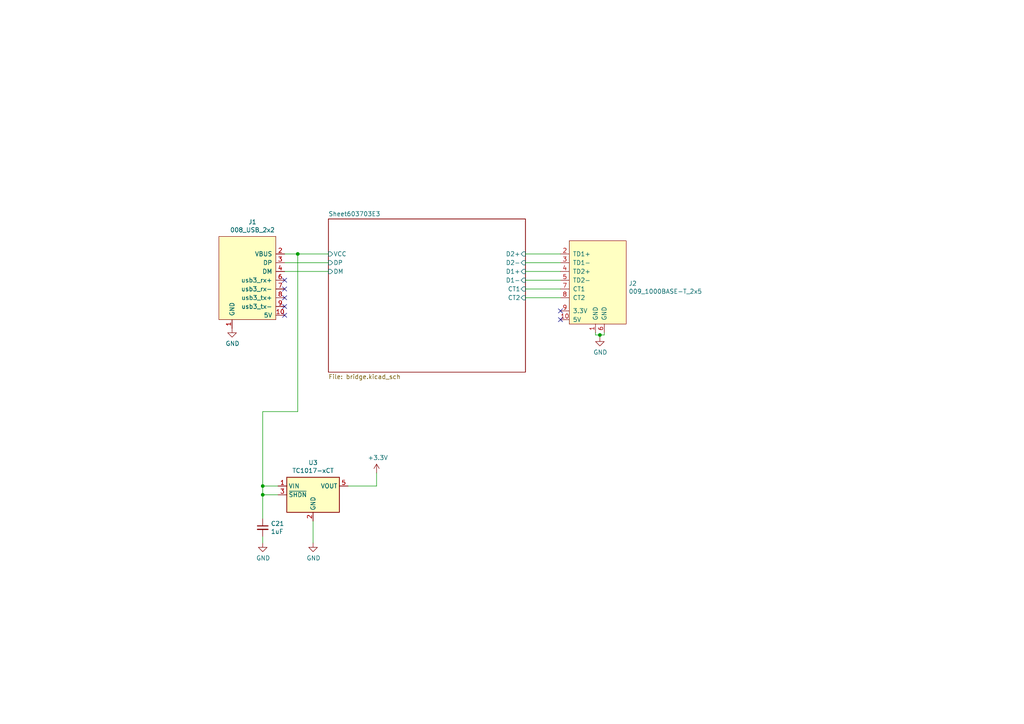
<source format=kicad_sch>
(kicad_sch (version 20211123) (generator eeschema)

  (uuid 1860e030-7a36-4298-b7fc-a16d48ab15ba)

  (paper "A4")

  (lib_symbols
    (symbol "Device:C_Small" (pin_numbers hide) (pin_names (offset 0.254) hide) (in_bom yes) (on_board yes)
      (property "Reference" "C" (id 0) (at 0.254 1.778 0)
        (effects (font (size 1.27 1.27)) (justify left))
      )
      (property "Value" "C_Small" (id 1) (at 0.254 -2.032 0)
        (effects (font (size 1.27 1.27)) (justify left))
      )
      (property "Footprint" "" (id 2) (at 0 0 0)
        (effects (font (size 1.27 1.27)) hide)
      )
      (property "Datasheet" "~" (id 3) (at 0 0 0)
        (effects (font (size 1.27 1.27)) hide)
      )
      (property "ki_keywords" "capacitor cap" (id 4) (at 0 0 0)
        (effects (font (size 1.27 1.27)) hide)
      )
      (property "ki_description" "Unpolarized capacitor, small symbol" (id 5) (at 0 0 0)
        (effects (font (size 1.27 1.27)) hide)
      )
      (property "ki_fp_filters" "C_*" (id 6) (at 0 0 0)
        (effects (font (size 1.27 1.27)) hide)
      )
      (symbol "C_Small_0_1"
        (polyline
          (pts
            (xy -1.524 -0.508)
            (xy 1.524 -0.508)
          )
          (stroke (width 0.3302) (type default) (color 0 0 0 0))
          (fill (type none))
        )
        (polyline
          (pts
            (xy -1.524 0.508)
            (xy 1.524 0.508)
          )
          (stroke (width 0.3048) (type default) (color 0 0 0 0))
          (fill (type none))
        )
      )
      (symbol "C_Small_1_1"
        (pin passive line (at 0 2.54 270) (length 2.032)
          (name "~" (effects (font (size 1.27 1.27))))
          (number "1" (effects (font (size 1.27 1.27))))
        )
        (pin passive line (at 0 -2.54 90) (length 2.032)
          (name "~" (effects (font (size 1.27 1.27))))
          (number "2" (effects (font (size 1.27 1.27))))
        )
      )
    )
    (symbol "Regulator_Linear:TC1017-xCT" (in_bom yes) (on_board yes)
      (property "Reference" "U" (id 0) (at -6.35 6.35 0)
        (effects (font (size 1.27 1.27)) (justify left))
      )
      (property "Value" "TC1017-xCT" (id 1) (at 0 6.35 0)
        (effects (font (size 1.27 1.27)) (justify left))
      )
      (property "Footprint" "Package_TO_SOT_SMD:SOT-23-5" (id 2) (at -6.35 8.89 0)
        (effects (font (size 1.27 1.27) italic) (justify left) hide)
      )
      (property "Datasheet" "http://ww1.microchip.com/downloads/en/DeviceDoc/21813F.pdf" (id 3) (at 0 -2.54 0)
        (effects (font (size 1.27 1.27)) hide)
      )
      (property "ki_keywords" "LDO Linear Voltage Regulator" (id 4) (at 0 0 0)
        (effects (font (size 1.27 1.27)) hide)
      )
      (property "ki_description" "150mA, Tiny CMOS LDO With Shutdown, SOT-23-5" (id 5) (at 0 0 0)
        (effects (font (size 1.27 1.27)) hide)
      )
      (property "ki_fp_filters" "SOT?23*" (id 6) (at 0 0 0)
        (effects (font (size 1.27 1.27)) hide)
      )
      (symbol "TC1017-xCT_0_1"
        (rectangle (start -7.62 5.08) (end 7.62 -5.08)
          (stroke (width 0.254) (type default) (color 0 0 0 0))
          (fill (type background))
        )
      )
      (symbol "TC1017-xCT_1_1"
        (pin power_in line (at -10.16 2.54 0) (length 2.54)
          (name "VIN" (effects (font (size 1.27 1.27))))
          (number "1" (effects (font (size 1.27 1.27))))
        )
        (pin power_in line (at 0 -7.62 90) (length 2.54)
          (name "GND" (effects (font (size 1.27 1.27))))
          (number "2" (effects (font (size 1.27 1.27))))
        )
        (pin input line (at -10.16 0 0) (length 2.54)
          (name "~{SHDN}" (effects (font (size 1.27 1.27))))
          (number "3" (effects (font (size 1.27 1.27))))
        )
        (pin no_connect line (at 7.62 0 180) (length 2.54) hide
          (name "NC" (effects (font (size 1.27 1.27))))
          (number "4" (effects (font (size 1.27 1.27))))
        )
        (pin power_out line (at 10.16 2.54 180) (length 2.54)
          (name "VOUT" (effects (font (size 1.27 1.27))))
          (number "5" (effects (font (size 1.27 1.27))))
        )
      )
    )
    (symbol "power:+3.3V" (power) (pin_names (offset 0)) (in_bom yes) (on_board yes)
      (property "Reference" "#PWR" (id 0) (at 0 -3.81 0)
        (effects (font (size 1.27 1.27)) hide)
      )
      (property "Value" "+3.3V" (id 1) (at 0 3.556 0)
        (effects (font (size 1.27 1.27)))
      )
      (property "Footprint" "" (id 2) (at 0 0 0)
        (effects (font (size 1.27 1.27)) hide)
      )
      (property "Datasheet" "" (id 3) (at 0 0 0)
        (effects (font (size 1.27 1.27)) hide)
      )
      (property "ki_keywords" "power-flag" (id 4) (at 0 0 0)
        (effects (font (size 1.27 1.27)) hide)
      )
      (property "ki_description" "Power symbol creates a global label with name \"+3.3V\"" (id 5) (at 0 0 0)
        (effects (font (size 1.27 1.27)) hide)
      )
      (symbol "+3.3V_0_1"
        (polyline
          (pts
            (xy -0.762 1.27)
            (xy 0 2.54)
          )
          (stroke (width 0) (type default) (color 0 0 0 0))
          (fill (type none))
        )
        (polyline
          (pts
            (xy 0 0)
            (xy 0 2.54)
          )
          (stroke (width 0) (type default) (color 0 0 0 0))
          (fill (type none))
        )
        (polyline
          (pts
            (xy 0 2.54)
            (xy 0.762 1.27)
          )
          (stroke (width 0) (type default) (color 0 0 0 0))
          (fill (type none))
        )
      )
      (symbol "+3.3V_1_1"
        (pin power_in line (at 0 0 90) (length 0) hide
          (name "+3.3V" (effects (font (size 1.27 1.27))))
          (number "1" (effects (font (size 1.27 1.27))))
        )
      )
    )
    (symbol "power:GND" (power) (pin_names (offset 0)) (in_bom yes) (on_board yes)
      (property "Reference" "#PWR" (id 0) (at 0 -6.35 0)
        (effects (font (size 1.27 1.27)) hide)
      )
      (property "Value" "GND" (id 1) (at 0 -3.81 0)
        (effects (font (size 1.27 1.27)))
      )
      (property "Footprint" "" (id 2) (at 0 0 0)
        (effects (font (size 1.27 1.27)) hide)
      )
      (property "Datasheet" "" (id 3) (at 0 0 0)
        (effects (font (size 1.27 1.27)) hide)
      )
      (property "ki_keywords" "power-flag" (id 4) (at 0 0 0)
        (effects (font (size 1.27 1.27)) hide)
      )
      (property "ki_description" "Power symbol creates a global label with name \"GND\" , ground" (id 5) (at 0 0 0)
        (effects (font (size 1.27 1.27)) hide)
      )
      (symbol "GND_0_1"
        (polyline
          (pts
            (xy 0 0)
            (xy 0 -1.27)
            (xy 1.27 -1.27)
            (xy 0 -2.54)
            (xy -1.27 -1.27)
            (xy 0 -1.27)
          )
          (stroke (width 0) (type default) (color 0 0 0 0))
          (fill (type none))
        )
      )
      (symbol "GND_1_1"
        (pin power_in line (at 0 0 270) (length 0) hide
          (name "GND" (effects (font (size 1.27 1.27))))
          (number "1" (effects (font (size 1.27 1.27))))
        )
      )
    )
    (symbol "put_on_edge:008_USB" (pin_names (offset 1.016)) (in_bom yes) (on_board yes)
      (property "Reference" "J" (id 0) (at -2.54 13.97 0)
        (effects (font (size 1.27 1.27)))
      )
      (property "Value" "008_USB" (id 1) (at 8.89 13.97 0)
        (effects (font (size 1.27 1.27)))
      )
      (property "Footprint" "" (id 2) (at 7.62 16.51 0)
        (effects (font (size 1.27 1.27)) hide)
      )
      (property "Datasheet" "" (id 3) (at 7.62 16.51 0)
        (effects (font (size 1.27 1.27)) hide)
      )
      (symbol "008_USB_0_1"
        (rectangle (start -8.89 12.7) (end 7.62 -11.43)
          (stroke (width 0) (type default) (color 0 0 0 0))
          (fill (type background))
        )
      )
      (symbol "008_USB_1_1"
        (pin power_in line (at 3.81 -13.97 90) (length 2.54)
          (name "GND" (effects (font (size 1.27 1.27))))
          (number "1" (effects (font (size 1.27 1.27))))
        )
        (pin power_in line (at -11.43 -10.16 0) (length 2.54)
          (name "5V" (effects (font (size 1.27 1.27))))
          (number "10" (effects (font (size 1.27 1.27))))
        )
        (pin power_in line (at -11.43 7.62 0) (length 2.54)
          (name "VBUS" (effects (font (size 1.27 1.27))))
          (number "2" (effects (font (size 1.27 1.27))))
        )
        (pin bidirectional line (at -11.43 5.08 0) (length 2.54)
          (name "DP" (effects (font (size 1.27 1.27))))
          (number "3" (effects (font (size 1.27 1.27))))
        )
        (pin bidirectional line (at -11.43 2.54 0) (length 2.54)
          (name "DM" (effects (font (size 1.27 1.27))))
          (number "4" (effects (font (size 1.27 1.27))))
        )
        (pin input line (at -11.43 0 0) (length 2.54)
          (name "usb3_rx+" (effects (font (size 1.27 1.27))))
          (number "6" (effects (font (size 1.27 1.27))))
        )
        (pin input line (at -11.43 -2.54 0) (length 2.54)
          (name "usb3_rx-" (effects (font (size 1.27 1.27))))
          (number "7" (effects (font (size 1.27 1.27))))
        )
        (pin input line (at -11.43 -5.08 0) (length 2.54)
          (name "usb3_tx+" (effects (font (size 1.27 1.27))))
          (number "8" (effects (font (size 1.27 1.27))))
        )
        (pin input line (at -11.43 -7.62 0) (length 2.54)
          (name "usb3_tx-" (effects (font (size 1.27 1.27))))
          (number "9" (effects (font (size 1.27 1.27))))
        )
      )
    )
    (symbol "put_on_edge:019_100BASE-T_with_CT" (pin_names (offset 1.016)) (in_bom yes) (on_board yes)
      (property "Reference" "J" (id 0) (at -2.54 13.97 0)
        (effects (font (size 1.27 1.27)))
      )
      (property "Value" "019_100BASE-T_with_CT" (id 1) (at 8.89 13.97 0)
        (effects (font (size 1.27 1.27)))
      )
      (property "Footprint" "" (id 2) (at 7.62 16.51 0)
        (effects (font (size 1.27 1.27)) hide)
      )
      (property "Datasheet" "" (id 3) (at 7.62 16.51 0)
        (effects (font (size 1.27 1.27)) hide)
      )
      (symbol "019_100BASE-T_with_CT_0_1"
        (rectangle (start -8.89 12.7) (end 7.62 -11.43)
          (stroke (width 0) (type default) (color 0 0 0 0))
          (fill (type background))
        )
      )
      (symbol "019_100BASE-T_with_CT_1_1"
        (pin power_in line (at -1.27 -13.97 90) (length 2.54)
          (name "GND" (effects (font (size 1.27 1.27))))
          (number "1" (effects (font (size 1.27 1.27))))
        )
        (pin bidirectional line (at -11.43 -10.16 0) (length 2.54)
          (name "5V" (effects (font (size 1.27 1.27))))
          (number "10" (effects (font (size 1.27 1.27))))
        )
        (pin bidirectional line (at -11.43 8.89 0) (length 2.54)
          (name "TD1+" (effects (font (size 1.27 1.27))))
          (number "2" (effects (font (size 1.27 1.27))))
        )
        (pin bidirectional line (at -11.43 6.35 0) (length 2.54)
          (name "TD1-" (effects (font (size 1.27 1.27))))
          (number "3" (effects (font (size 1.27 1.27))))
        )
        (pin bidirectional line (at -11.43 3.81 0) (length 2.54)
          (name "TD2+" (effects (font (size 1.27 1.27))))
          (number "4" (effects (font (size 1.27 1.27))))
        )
        (pin bidirectional line (at -11.43 1.27 0) (length 2.54)
          (name "TD2-" (effects (font (size 1.27 1.27))))
          (number "5" (effects (font (size 1.27 1.27))))
        )
        (pin power_in line (at 1.27 -13.97 90) (length 2.54)
          (name "GND" (effects (font (size 1.27 1.27))))
          (number "6" (effects (font (size 1.27 1.27))))
        )
        (pin bidirectional line (at -11.43 -1.27 0) (length 2.54)
          (name "CT1" (effects (font (size 1.27 1.27))))
          (number "7" (effects (font (size 1.27 1.27))))
        )
        (pin bidirectional line (at -11.43 -3.81 0) (length 2.54)
          (name "CT2" (effects (font (size 1.27 1.27))))
          (number "8" (effects (font (size 1.27 1.27))))
        )
        (pin bidirectional line (at -11.43 -7.62 0) (length 2.54)
          (name "3.3V" (effects (font (size 1.27 1.27))))
          (number "9" (effects (font (size 1.27 1.27))))
        )
      )
    )
  )

  (junction (at 76.2 143.51) (diameter 0) (color 0 0 0 0)
    (uuid 1108f7d7-1300-4e64-9d0c-b460edb02c0e)
  )
  (junction (at 86.36 73.66) (diameter 0) (color 0 0 0 0)
    (uuid 1cd27781-211d-40f2-81ff-3f8f1d13318a)
  )
  (junction (at 173.99 97.155) (diameter 0) (color 0 0 0 0)
    (uuid 2e642b3e-a476-4c54-9a52-dcea955640cd)
  )
  (junction (at 76.2 140.97) (diameter 0) (color 0 0 0 0)
    (uuid c50e5885-8a58-4ee4-a5e7-bcd8f4b418f2)
  )

  (no_connect (at 82.55 86.36) (uuid 44f2f6cc-2736-4744-ab17-6be61bc5c3c9))
  (no_connect (at 82.55 88.9) (uuid 578835db-bedf-4127-911e-bb7e8166e8bb))
  (no_connect (at 82.55 81.28) (uuid 98740461-48f4-4e72-9068-2ad155e0ca12))
  (no_connect (at 82.55 91.44) (uuid b8ba5d29-026e-4aed-82a0-4169133238b3))
  (no_connect (at 162.56 90.17) (uuid b8ba5d29-026e-4aed-82a0-4169133238b3))
  (no_connect (at 162.56 92.71) (uuid b8ba5d29-026e-4aed-82a0-4169133238b3))
  (no_connect (at 82.55 83.82) (uuid f7f2a514-07e5-4f91-9b79-fbf80a0e0fd1))

  (wire (pts (xy 152.4 86.36) (xy 162.56 86.36))
    (stroke (width 0) (type default) (color 0 0 0 0))
    (uuid 01a52028-4106-43a2-ba5c-dc00fd85d2e9)
  )
  (wire (pts (xy 80.645 140.97) (xy 76.2 140.97))
    (stroke (width 0) (type default) (color 0 0 0 0))
    (uuid 0580ba4c-51c4-4298-ad74-e9c2ef4e04a2)
  )
  (wire (pts (xy 82.55 78.74) (xy 95.25 78.74))
    (stroke (width 0) (type default) (color 0 0 0 0))
    (uuid 10109f84-4940-47f8-8640-91f185ac9bc1)
  )
  (wire (pts (xy 76.2 119.38) (xy 86.36 119.38))
    (stroke (width 0) (type default) (color 0 0 0 0))
    (uuid 1c955fbb-5e68-4933-a04e-d7b0255b3d11)
  )
  (wire (pts (xy 172.72 96.52) (xy 172.72 97.155))
    (stroke (width 0) (type default) (color 0 0 0 0))
    (uuid 1e1b062d-fad0-427c-a622-c5b8a80b5268)
  )
  (wire (pts (xy 175.26 97.155) (xy 175.26 96.52))
    (stroke (width 0) (type default) (color 0 0 0 0))
    (uuid 30f15357-ce1d-48b9-93dc-7d9b1b2aa048)
  )
  (wire (pts (xy 76.2 157.48) (xy 76.2 155.575))
    (stroke (width 0) (type default) (color 0 0 0 0))
    (uuid 31f8ed65-f1fb-4ea1-b8ac-285bac028b77)
  )
  (wire (pts (xy 100.965 140.97) (xy 109.22 140.97))
    (stroke (width 0) (type default) (color 0 0 0 0))
    (uuid 3f494321-e87f-4a8e-bbe5-a937d805b012)
  )
  (wire (pts (xy 173.99 97.155) (xy 175.26 97.155))
    (stroke (width 0) (type default) (color 0 0 0 0))
    (uuid 5038e144-5119-49db-b6cf-f7c345f1cf03)
  )
  (wire (pts (xy 152.4 73.66) (xy 162.56 73.66))
    (stroke (width 0) (type default) (color 0 0 0 0))
    (uuid 54365317-1355-4216-bb75-829375abc4ec)
  )
  (wire (pts (xy 86.36 73.66) (xy 82.55 73.66))
    (stroke (width 0) (type default) (color 0 0 0 0))
    (uuid 55ef627b-b358-40e8-bba9-8d8d5b51ece1)
  )
  (wire (pts (xy 76.2 150.495) (xy 76.2 143.51))
    (stroke (width 0) (type default) (color 0 0 0 0))
    (uuid 61c5e7b9-ec75-459b-8f55-aa6dcdc47663)
  )
  (wire (pts (xy 82.55 76.2) (xy 95.25 76.2))
    (stroke (width 0) (type default) (color 0 0 0 0))
    (uuid 71c31975-2c45-4d18-a25a-18e07a55d11e)
  )
  (wire (pts (xy 80.645 143.51) (xy 76.2 143.51))
    (stroke (width 0) (type default) (color 0 0 0 0))
    (uuid 7d74b5e4-377b-4d94-8b21-289fadde7386)
  )
  (wire (pts (xy 173.99 97.79) (xy 173.99 97.155))
    (stroke (width 0) (type default) (color 0 0 0 0))
    (uuid 87371631-aa02-498a-998a-09bdb74784c1)
  )
  (wire (pts (xy 109.22 137.16) (xy 109.22 140.97))
    (stroke (width 0) (type default) (color 0 0 0 0))
    (uuid 9a95364b-a86e-4123-bc87-8a42cbd69b81)
  )
  (wire (pts (xy 86.36 119.38) (xy 86.36 73.66))
    (stroke (width 0) (type default) (color 0 0 0 0))
    (uuid 9aaf0567-bcaa-4cd6-9a6d-c6ecc46d3d41)
  )
  (wire (pts (xy 90.805 157.48) (xy 90.805 151.13))
    (stroke (width 0) (type default) (color 0 0 0 0))
    (uuid a1a95a4e-59c6-4de0-bc59-72f75a6c6058)
  )
  (wire (pts (xy 152.4 83.82) (xy 162.56 83.82))
    (stroke (width 0) (type default) (color 0 0 0 0))
    (uuid a3184b01-6000-45cc-bb7c-642aea937c12)
  )
  (wire (pts (xy 152.4 76.2) (xy 162.56 76.2))
    (stroke (width 0) (type default) (color 0 0 0 0))
    (uuid a3e4f0ae-9f86-49e9-b386-ed8b42e012fb)
  )
  (wire (pts (xy 152.4 78.74) (xy 162.56 78.74))
    (stroke (width 0) (type default) (color 0 0 0 0))
    (uuid a690fc6c-55d9-47e6-b533-faa4b67e20f3)
  )
  (wire (pts (xy 95.25 73.66) (xy 86.36 73.66))
    (stroke (width 0) (type default) (color 0 0 0 0))
    (uuid ac264c30-3e9a-4be2-b97a-9949b68bd497)
  )
  (wire (pts (xy 76.2 143.51) (xy 76.2 140.97))
    (stroke (width 0) (type default) (color 0 0 0 0))
    (uuid b80aa845-c1c7-4a36-86eb-13202c5b8807)
  )
  (wire (pts (xy 152.4 81.28) (xy 162.56 81.28))
    (stroke (width 0) (type default) (color 0 0 0 0))
    (uuid c144caa5-b0d4-4cef-840a-d4ad178a2102)
  )
  (wire (pts (xy 172.72 97.155) (xy 173.99 97.155))
    (stroke (width 0) (type default) (color 0 0 0 0))
    (uuid d8603679-3e7b-4337-8dbc-1827f5f54d8a)
  )
  (wire (pts (xy 76.2 140.97) (xy 76.2 119.38))
    (stroke (width 0) (type default) (color 0 0 0 0))
    (uuid e17afcb0-49dd-4f12-a913-1d8e2e4c5b94)
  )

  (symbol (lib_id "put_on_edge:008_USB") (at 71.12 81.28 0) (mirror y) (unit 1)
    (in_bom yes) (on_board yes)
    (uuid 00000000-0000-0000-0000-00006036e1af)
    (property "Reference" "J1" (id 0) (at 73.2282 64.389 0))
    (property "Value" "008_USB_2x2" (id 1) (at 73.2282 66.7004 0))
    (property "Footprint" "on_edge:on_edge_2x05_device" (id 2) (at 63.5 64.77 0)
      (effects (font (size 1.27 1.27)) hide)
    )
    (property "Datasheet" "" (id 3) (at 63.5 64.77 0)
      (effects (font (size 1.27 1.27)) hide)
    )
    (pin "1" (uuid d17c02e1-8f03-44cd-a18c-77e78719dce4))
    (pin "10" (uuid e1c9a3eb-2e86-4ec0-94f3-dd19c558549f))
    (pin "2" (uuid ce790dc9-00a8-48a3-bed6-404f4d250d44))
    (pin "3" (uuid ed9c3204-f848-4eeb-98bb-4c2a58dc4d9a))
    (pin "4" (uuid 322c9841-d38e-4f50-91be-727932a70645))
    (pin "6" (uuid 92be3226-3626-4b12-bcc9-7e170cb8b839))
    (pin "7" (uuid b67af4f8-7273-4dba-9875-3673d88fc172))
    (pin "8" (uuid a84c569e-8879-4f31-968b-3067ba930c26))
    (pin "9" (uuid bc0c5295-6724-4a33-8900-c555e1faff3e))
  )

  (symbol (lib_id "put_on_edge:019_100BASE-T_with_CT") (at 173.99 82.55 0) (unit 1)
    (in_bom yes) (on_board yes)
    (uuid 00000000-0000-0000-0000-00006036f103)
    (property "Reference" "J2" (id 0) (at 182.3212 82.2198 0)
      (effects (font (size 1.27 1.27)) (justify left))
    )
    (property "Value" "009_1000BASE-T_2x5" (id 1) (at 182.3212 84.5312 0)
      (effects (font (size 1.27 1.27)) (justify left))
    )
    (property "Footprint" "on_edge:on_edge_2x05_host" (id 2) (at 181.61 66.04 0)
      (effects (font (size 1.27 1.27)) hide)
    )
    (property "Datasheet" "" (id 3) (at 181.61 66.04 0)
      (effects (font (size 1.27 1.27)) hide)
    )
    (pin "1" (uuid 9af5d300-b81a-4c49-8a5e-040ba37e008c))
    (pin "10" (uuid 38223076-9537-4de0-8b60-3addc969efc7))
    (pin "2" (uuid d391c834-6538-4f0d-b497-24f783c86c57))
    (pin "3" (uuid b459df84-9128-4384-901e-fea7f60b4c50))
    (pin "4" (uuid 84b49332-c009-4222-9715-891767babdf6))
    (pin "5" (uuid 80f04873-7bc4-4f8d-a001-9b4c1bacaa99))
    (pin "6" (uuid 7297708a-3ddb-437c-a022-029fc420f242))
    (pin "7" (uuid 80f8544b-efce-4726-8493-8054af38c28d))
    (pin "8" (uuid a43c0300-1cf5-4793-a686-2c168de41d61))
    (pin "9" (uuid da751209-7837-410d-87fb-3dc15209dfa4))
  )

  (symbol (lib_id "power:GND") (at 67.31 95.25 0) (unit 1)
    (in_bom yes) (on_board yes)
    (uuid 00000000-0000-0000-0000-000060371938)
    (property "Reference" "#PWR0101" (id 0) (at 67.31 101.6 0)
      (effects (font (size 1.27 1.27)) hide)
    )
    (property "Value" "GND" (id 1) (at 67.437 99.6442 0))
    (property "Footprint" "" (id 2) (at 67.31 95.25 0)
      (effects (font (size 1.27 1.27)) hide)
    )
    (property "Datasheet" "" (id 3) (at 67.31 95.25 0)
      (effects (font (size 1.27 1.27)) hide)
    )
    (pin "1" (uuid f6065893-2bef-43f4-ab93-591164560700))
  )

  (symbol (lib_id "power:GND") (at 173.99 97.79 0) (unit 1)
    (in_bom yes) (on_board yes)
    (uuid 00000000-0000-0000-0000-000060371c42)
    (property "Reference" "#PWR0102" (id 0) (at 173.99 104.14 0)
      (effects (font (size 1.27 1.27)) hide)
    )
    (property "Value" "GND" (id 1) (at 174.117 102.1842 0))
    (property "Footprint" "" (id 2) (at 173.99 97.79 0)
      (effects (font (size 1.27 1.27)) hide)
    )
    (property "Datasheet" "" (id 3) (at 173.99 97.79 0)
      (effects (font (size 1.27 1.27)) hide)
    )
    (pin "1" (uuid a495c44c-0621-4b81-8568-15d3eeb6bd10))
  )

  (symbol (lib_id "power:GND") (at 90.805 157.48 0) (unit 1)
    (in_bom yes) (on_board yes)
    (uuid 1c44338c-b9a1-4269-978f-e8fd90211a46)
    (property "Reference" "#PWR0125" (id 0) (at 90.805 163.83 0)
      (effects (font (size 1.27 1.27)) hide)
    )
    (property "Value" "GND" (id 1) (at 90.932 161.8742 0))
    (property "Footprint" "" (id 2) (at 90.805 157.48 0)
      (effects (font (size 1.27 1.27)) hide)
    )
    (property "Datasheet" "" (id 3) (at 90.805 157.48 0)
      (effects (font (size 1.27 1.27)) hide)
    )
    (pin "1" (uuid cef3c07b-49ed-4b95-b754-4daff9ad0cb2))
  )

  (symbol (lib_id "Regulator_Linear:TC1017-xCT") (at 90.805 143.51 0) (unit 1)
    (in_bom yes) (on_board yes)
    (uuid 43a0eb75-5fcf-4672-aa9e-0cc7c7115f22)
    (property "Reference" "U3" (id 0) (at 90.805 134.1882 0))
    (property "Value" "TC1017-xCT" (id 1) (at 90.805 136.4996 0))
    (property "Footprint" "Package_TO_SOT_SMD:SOT-23-5" (id 2) (at 84.455 134.62 0)
      (effects (font (size 1.27 1.27) italic) (justify left) hide)
    )
    (property "Datasheet" "http://ww1.microchip.com/downloads/en/DeviceDoc/21813F.pdf" (id 3) (at 90.805 146.05 0)
      (effects (font (size 1.27 1.27)) hide)
    )
    (pin "1" (uuid 857117d1-7a42-453d-94a5-a2a1563415c2))
    (pin "2" (uuid 5985685d-e43d-436c-af13-33e3e86848ac))
    (pin "3" (uuid 8bbd3c40-a2e0-418c-842d-ed1052422596))
    (pin "4" (uuid 789426ba-1b00-402b-9dd7-4cc463c090a5))
    (pin "5" (uuid 65acf8e5-9f16-4350-9eac-4ec481b2ee30))
  )

  (symbol (lib_id "Device:C_Small") (at 76.2 153.035 0) (unit 1)
    (in_bom yes) (on_board yes)
    (uuid 9d701cfb-72eb-49e5-b06c-a0a537ec2982)
    (property "Reference" "C21" (id 0) (at 78.5368 151.8666 0)
      (effects (font (size 1.27 1.27)) (justify left))
    )
    (property "Value" "1uF" (id 1) (at 78.5368 154.178 0)
      (effects (font (size 1.27 1.27)) (justify left))
    )
    (property "Footprint" "Capacitor_SMD:C_0603_1608Metric" (id 2) (at 76.2 153.035 0)
      (effects (font (size 1.27 1.27)) hide)
    )
    (property "Datasheet" "~" (id 3) (at 76.2 153.035 0)
      (effects (font (size 1.27 1.27)) hide)
    )
    (pin "1" (uuid b85e7fcc-fcb8-4f3f-b9d9-a567574ce4fb))
    (pin "2" (uuid 5f3c7c7b-952a-4c09-b23f-5b10f026f34c))
  )

  (symbol (lib_id "power:GND") (at 76.2 157.48 0) (unit 1)
    (in_bom yes) (on_board yes)
    (uuid bb081485-e2b1-4818-82d4-d89be29e0cf2)
    (property "Reference" "#PWR0126" (id 0) (at 76.2 163.83 0)
      (effects (font (size 1.27 1.27)) hide)
    )
    (property "Value" "GND" (id 1) (at 76.327 161.8742 0))
    (property "Footprint" "" (id 2) (at 76.2 157.48 0)
      (effects (font (size 1.27 1.27)) hide)
    )
    (property "Datasheet" "" (id 3) (at 76.2 157.48 0)
      (effects (font (size 1.27 1.27)) hide)
    )
    (pin "1" (uuid a52727ba-c795-46c8-abd8-04003e3b5d32))
  )

  (symbol (lib_id "power:+3.3V") (at 109.22 137.16 0) (unit 1)
    (in_bom yes) (on_board yes)
    (uuid d62acfcd-78e9-48e2-8cfb-4057b64de403)
    (property "Reference" "#PWR0117" (id 0) (at 109.22 140.97 0)
      (effects (font (size 1.27 1.27)) hide)
    )
    (property "Value" "+3.3V" (id 1) (at 109.601 132.7658 0))
    (property "Footprint" "" (id 2) (at 109.22 137.16 0)
      (effects (font (size 1.27 1.27)) hide)
    )
    (property "Datasheet" "" (id 3) (at 109.22 137.16 0)
      (effects (font (size 1.27 1.27)) hide)
    )
    (pin "1" (uuid 7b48a524-2ba6-4975-a1d9-6b9e727bbab1))
  )

  (sheet (at 95.25 63.5) (size 57.15 44.45) (fields_autoplaced)
    (stroke (width 0) (type solid) (color 0 0 0 0))
    (fill (color 0 0 0 0.0000))
    (uuid 00000000-0000-0000-0000-0000603703e4)
    (property "Sheet name" "Sheet603703E3" (id 0) (at 95.25 62.7884 0)
      (effects (font (size 1.27 1.27)) (justify left bottom))
    )
    (property "Sheet file" "bridge.kicad_sch" (id 1) (at 95.25 108.5346 0)
      (effects (font (size 1.27 1.27)) (justify left top))
    )
    (pin "DP" input (at 95.25 76.2 180)
      (effects (font (size 1.27 1.27)) (justify left))
      (uuid 3f5fe6b7-98fc-4d3e-9567-f9f7202d1455)
    )
    (pin "DM" input (at 95.25 78.74 180)
      (effects (font (size 1.27 1.27)) (justify left))
      (uuid bb7f0588-d4d8-44bf-9ebf-3c533fe4d6ae)
    )
    (pin "VCC" input (at 95.25 73.66 180)
      (effects (font (size 1.27 1.27)) (justify left))
      (uuid f1830a1b-f0cc-47ae-a2c9-679c82032f14)
    )
    (pin "D1+" input (at 152.4 78.74 0)
      (effects (font (size 1.27 1.27)) (justify right))
      (uuid 6a955fc7-39d9-4c75-9a69-676ca8c0b9b2)
    )
    (pin "D1-" input (at 152.4 81.28 0)
      (effects (font (size 1.27 1.27)) (justify right))
      (uuid e8314017-7be6-4011-9179-37449a29b311)
    )
    (pin "D2+" input (at 152.4 73.66 0)
      (effects (font (size 1.27 1.27)) (justify right))
      (uuid e10b5627-3247-4c86-b9f6-ef474ca11543)
    )
    (pin "D2-" input (at 152.4 76.2 0)
      (effects (font (size 1.27 1.27)) (justify right))
      (uuid 746ba970-8279-4e7b-aed3-f28687777c21)
    )
    (pin "CT1" input (at 152.4 83.82 0)
      (effects (font (size 1.27 1.27)) (justify right))
      (uuid 82f005dc-82cc-452e-ae8a-c9c2cd5fc129)
    )
    (pin "CT2" input (at 152.4 86.36 0)
      (effects (font (size 1.27 1.27)) (justify right))
      (uuid 10f980aa-a1e7-4961-908f-854f54bf9b6c)
    )
  )

  (sheet_instances
    (path "/" (page "1"))
    (path "/00000000-0000-0000-0000-0000603703e4" (page "2"))
  )

  (symbol_instances
    (path "/00000000-0000-0000-0000-000060371938"
      (reference "#PWR0101") (unit 1) (value "GND") (footprint "")
    )
    (path "/00000000-0000-0000-0000-000060371c42"
      (reference "#PWR0102") (unit 1) (value "GND") (footprint "")
    )
    (path "/00000000-0000-0000-0000-0000603703e4/00000000-0000-0000-0000-00006044cee5"
      (reference "#PWR0103") (unit 1) (value "GND") (footprint "")
    )
    (path "/00000000-0000-0000-0000-0000603703e4/00000000-0000-0000-0000-00006044d547"
      (reference "#PWR0104") (unit 1) (value "GND") (footprint "")
    )
    (path "/00000000-0000-0000-0000-0000603703e4/00000000-0000-0000-0000-00005f44ced9"
      (reference "#PWR0105") (unit 1) (value "GND") (footprint "")
    )
    (path "/00000000-0000-0000-0000-0000603703e4/00000000-0000-0000-0000-0000604612bf"
      (reference "#PWR0106") (unit 1) (value "GND") (footprint "")
    )
    (path "/00000000-0000-0000-0000-0000603703e4/00000000-0000-0000-0000-00005f44cee0"
      (reference "#PWR0107") (unit 1) (value "GND") (footprint "")
    )
    (path "/00000000-0000-0000-0000-0000603703e4/00000000-0000-0000-0000-00005f44cef4"
      (reference "#PWR0108") (unit 1) (value "+3.3V") (footprint "")
    )
    (path "/00000000-0000-0000-0000-0000603703e4/00000000-0000-0000-0000-000060465d6a"
      (reference "#PWR0109") (unit 1) (value "GND") (footprint "")
    )
    (path "/00000000-0000-0000-0000-0000603703e4/73f876d1-7fe9-420c-b877-cea0c03e9d2d"
      (reference "#PWR0110") (unit 1) (value "GND") (footprint "")
    )
    (path "/00000000-0000-0000-0000-0000603703e4/4ea11eb9-849e-4cc4-b68c-0c28bf1a1ae0"
      (reference "#PWR0111") (unit 1) (value "GND") (footprint "")
    )
    (path "/00000000-0000-0000-0000-0000603703e4/23f92999-bb4c-4682-8bee-14843252b029"
      (reference "#PWR0112") (unit 1) (value "+3.3V") (footprint "")
    )
    (path "/00000000-0000-0000-0000-0000603703e4/dbea7362-4932-45de-95df-d3fc475f6754"
      (reference "#PWR0113") (unit 1) (value "GND") (footprint "")
    )
    (path "/00000000-0000-0000-0000-0000603703e4/00000000-0000-0000-0000-00005f44cf0e"
      (reference "#PWR0114") (unit 1) (value "+3.3V") (footprint "")
    )
    (path "/00000000-0000-0000-0000-0000603703e4/00000000-0000-0000-0000-00005f44cf1c"
      (reference "#PWR0115") (unit 1) (value "+3.3V") (footprint "")
    )
    (path "/00000000-0000-0000-0000-0000603703e4/00000000-0000-0000-0000-00005f44cf49"
      (reference "#PWR0116") (unit 1) (value "GND") (footprint "")
    )
    (path "/d62acfcd-78e9-48e2-8cfb-4057b64de403"
      (reference "#PWR0117") (unit 1) (value "+3.3V") (footprint "")
    )
    (path "/00000000-0000-0000-0000-0000603703e4/00000000-0000-0000-0000-00005f44cf82"
      (reference "#PWR0118") (unit 1) (value "GND") (footprint "")
    )
    (path "/00000000-0000-0000-0000-0000603703e4/00000000-0000-0000-0000-00005f44cfb4"
      (reference "#PWR0119") (unit 1) (value "GND") (footprint "")
    )
    (path "/00000000-0000-0000-0000-0000603703e4/00000000-0000-0000-0000-00005f44cfe2"
      (reference "#PWR0120") (unit 1) (value "GND") (footprint "")
    )
    (path "/00000000-0000-0000-0000-0000603703e4/00000000-0000-0000-0000-00005f44cfe8"
      (reference "#PWR0121") (unit 1) (value "GND") (footprint "")
    )
    (path "/00000000-0000-0000-0000-0000603703e4/00000000-0000-0000-0000-00005f44cff5"
      (reference "#PWR0122") (unit 1) (value "+3.3V") (footprint "")
    )
    (path "/00000000-0000-0000-0000-0000603703e4/00000000-0000-0000-0000-00005f44d00a"
      (reference "#PWR0123") (unit 1) (value "GND") (footprint "")
    )
    (path "/00000000-0000-0000-0000-0000603703e4/00000000-0000-0000-0000-00005f44d01e"
      (reference "#PWR0124") (unit 1) (value "+3.3V") (footprint "")
    )
    (path "/1c44338c-b9a1-4269-978f-e8fd90211a46"
      (reference "#PWR0125") (unit 1) (value "GND") (footprint "")
    )
    (path "/bb081485-e2b1-4818-82d4-d89be29e0cf2"
      (reference "#PWR0126") (unit 1) (value "GND") (footprint "")
    )
    (path "/00000000-0000-0000-0000-0000603703e4/00000000-0000-0000-0000-00005f44cf92"
      (reference "C1") (unit 1) (value "1uF") (footprint "Capacitor_SMD:C_0603_1608Metric")
    )
    (path "/00000000-0000-0000-0000-0000603703e4/00000000-0000-0000-0000-00005f44cf98"
      (reference "C2") (unit 1) (value "100nF") (footprint "Capacitor_SMD:C_0603_1608Metric")
    )
    (path "/00000000-0000-0000-0000-0000603703e4/00000000-0000-0000-0000-000060465d63"
      (reference "C3") (unit 1) (value "10pF") (footprint "Capacitor_SMD:C_0603_1608Metric")
    )
    (path "/00000000-0000-0000-0000-0000603703e4/00000000-0000-0000-0000-000060459f59"
      (reference "C4") (unit 1) (value "10pF") (footprint "Capacitor_SMD:C_0603_1608Metric")
    )
    (path "/00000000-0000-0000-0000-0000603703e4/00000000-0000-0000-0000-00005f44cf9e"
      (reference "C5") (unit 1) (value "4.7nF") (footprint "Capacitor_SMD:C_0603_1608Metric")
    )
    (path "/00000000-0000-0000-0000-0000603703e4/d57b66be-3a6c-4e90-93ce-abe445df3d87"
      (reference "C6") (unit 1) (value "100nF") (footprint "Capacitor_SMD:C_0603_1608Metric")
    )
    (path "/00000000-0000-0000-0000-0000603703e4/00000000-0000-0000-0000-00005f44cfd2"
      (reference "C7") (unit 1) (value "4.7nF") (footprint "Capacitor_SMD:C_0603_1608Metric")
    )
    (path "/00000000-0000-0000-0000-0000603703e4/00000000-0000-0000-0000-00005f44cfd8"
      (reference "C8") (unit 1) (value "4.7nF") (footprint "Capacitor_SMD:C_0603_1608Metric")
    )
    (path "/00000000-0000-0000-0000-0000603703e4/00000000-0000-0000-0000-00005f44cfa4"
      (reference "C9") (unit 1) (value "1.5nF") (footprint "Capacitor_SMD:C_0603_1608Metric")
    )
    (path "/00000000-0000-0000-0000-0000603703e4/00000000-0000-0000-0000-00005f44cf51"
      (reference "C10") (unit 1) (value "100nF") (footprint "Capacitor_SMD:C_0603_1608Metric")
    )
    (path "/00000000-0000-0000-0000-0000603703e4/00000000-0000-0000-0000-00005f44cf57"
      (reference "C11") (unit 1) (value "100nF") (footprint "Capacitor_SMD:C_0603_1608Metric")
    )
    (path "/00000000-0000-0000-0000-0000603703e4/00000000-0000-0000-0000-00005f44cf23"
      (reference "C12") (unit 1) (value "100nF") (footprint "Capacitor_SMD:C_0603_1608Metric")
    )
    (path "/00000000-0000-0000-0000-0000603703e4/00000000-0000-0000-0000-00005f44cf5d"
      (reference "C13") (unit 1) (value "100nF") (footprint "Capacitor_SMD:C_0603_1608Metric")
    )
    (path "/00000000-0000-0000-0000-0000603703e4/00000000-0000-0000-0000-00005f44cf29"
      (reference "C14") (unit 1) (value "100nF") (footprint "Capacitor_SMD:C_0603_1608Metric")
    )
    (path "/00000000-0000-0000-0000-0000603703e4/00000000-0000-0000-0000-00005f44cf63"
      (reference "C15") (unit 1) (value "4.7nF") (footprint "Capacitor_SMD:C_0603_1608Metric")
    )
    (path "/00000000-0000-0000-0000-0000603703e4/00000000-0000-0000-0000-00005f44cf2f"
      (reference "C16") (unit 1) (value "4.7nF") (footprint "Capacitor_SMD:C_0603_1608Metric")
    )
    (path "/00000000-0000-0000-0000-0000603703e4/00000000-0000-0000-0000-00005f44cf69"
      (reference "C17") (unit 1) (value "4.7nF") (footprint "Capacitor_SMD:C_0603_1608Metric")
    )
    (path "/00000000-0000-0000-0000-0000603703e4/00000000-0000-0000-0000-00005f44cf35"
      (reference "C18") (unit 1) (value "1.5nF") (footprint "Capacitor_SMD:C_0603_1608Metric")
    )
    (path "/00000000-0000-0000-0000-0000603703e4/00000000-0000-0000-0000-00005f44cf6f"
      (reference "C19") (unit 1) (value "1.5nF") (footprint "Capacitor_SMD:C_0603_1608Metric")
    )
    (path "/9d701cfb-72eb-49e5-b06c-a0a537ec2982"
      (reference "C21") (unit 1) (value "1uF") (footprint "Capacitor_SMD:C_0603_1608Metric")
    )
    (path "/00000000-0000-0000-0000-0000603703e4/00000000-0000-0000-0000-00005f44cfbe"
      (reference "FB2") (unit 1) (value "220R") (footprint "Inductor_SMD:L_0805_2012Metric")
    )
    (path "/00000000-0000-0000-0000-0000603703e4/00000000-0000-0000-0000-00005f44cfc4"
      (reference "FB3") (unit 1) (value "220R") (footprint "Inductor_SMD:L_0805_2012Metric")
    )
    (path "/00000000-0000-0000-0000-0000603703e4/00000000-0000-0000-0000-00005f44cf16"
      (reference "FB4") (unit 1) (value "220R") (footprint "Inductor_SMD:L_0805_2012Metric")
    )
    (path "/00000000-0000-0000-0000-00006036e1af"
      (reference "J1") (unit 1) (value "008_USB_2x2") (footprint "on_edge:on_edge_2x05_device")
    )
    (path "/00000000-0000-0000-0000-00006036f103"
      (reference "J2") (unit 1) (value "009_1000BASE-T_2x5") (footprint "on_edge:on_edge_2x05_host")
    )
    (path "/00000000-0000-0000-0000-0000603703e4/00000000-0000-0000-0000-00005f44cffe"
      (reference "R2") (unit 1) (value "12k") (footprint "Resistor_SMD:R_0603_1608Metric")
    )
    (path "/00000000-0000-0000-0000-0000603703e4/00000000-0000-0000-0000-00005f44d004"
      (reference "R3") (unit 1) (value "12k") (footprint "Resistor_SMD:R_0603_1608Metric")
    )
    (path "/00000000-0000-0000-0000-0000603703e4/d6386b0a-a8cb-4c5a-a282-de76933b8503"
      (reference "R4") (unit 1) (value "49.9R") (footprint "Resistor_SMD:R_0603_1608Metric")
    )
    (path "/00000000-0000-0000-0000-0000603703e4/9879e17c-c79a-4b6b-b4fa-f7c3b00e4edb"
      (reference "R5") (unit 1) (value "49.9R") (footprint "Resistor_SMD:R_0603_1608Metric")
    )
    (path "/00000000-0000-0000-0000-0000603703e4/8b564c0f-7f15-47f7-90e4-5adfd6798f74"
      (reference "R6") (unit 1) (value "49.9R") (footprint "Resistor_SMD:R_0603_1608Metric")
    )
    (path "/00000000-0000-0000-0000-0000603703e4/800a7c7d-71d4-4378-9d89-2394712c6b24"
      (reference "R7") (unit 1) (value "49.9R") (footprint "Resistor_SMD:R_0603_1608Metric")
    )
    (path "/00000000-0000-0000-0000-0000603703e4/e2420297-e2cb-4e70-8a8d-d144801100ce"
      (reference "R8") (unit 1) (value "12k") (footprint "Resistor_SMD:R_0603_1608Metric")
    )
    (path "/00000000-0000-0000-0000-0000603703e4/00000000-0000-0000-0000-00005f44cefa"
      (reference "U1") (unit 1) (value "LAN9500(A)") (footprint "Package_DFN_QFN:QFN-56-1EP_8x8mm_P0.5mm_EP4.5x5.2mm")
    )
    (path "/00000000-0000-0000-0000-0000603703e4/cef5ac84-03d4-47c6-9834-c20b0c3999a2"
      (reference "U2") (unit 1) (value "93AA56AT-I/OT") (footprint "Package_TO_SOT_SMD:SOT-23-6")
    )
    (path "/43a0eb75-5fcf-4672-aa9e-0cc7c7115f22"
      (reference "U3") (unit 1) (value "TC1017-xCT") (footprint "Package_TO_SOT_SMD:SOT-23-5")
    )
    (path "/00000000-0000-0000-0000-0000603703e4/00000000-0000-0000-0000-00006044206e"
      (reference "Y1") (unit 1) (value "25MhZ") (footprint "Crystal:Crystal_SMD_Abracon_ABM8G-4Pin_3.2x2.5mm")
    )
  )
)

</source>
